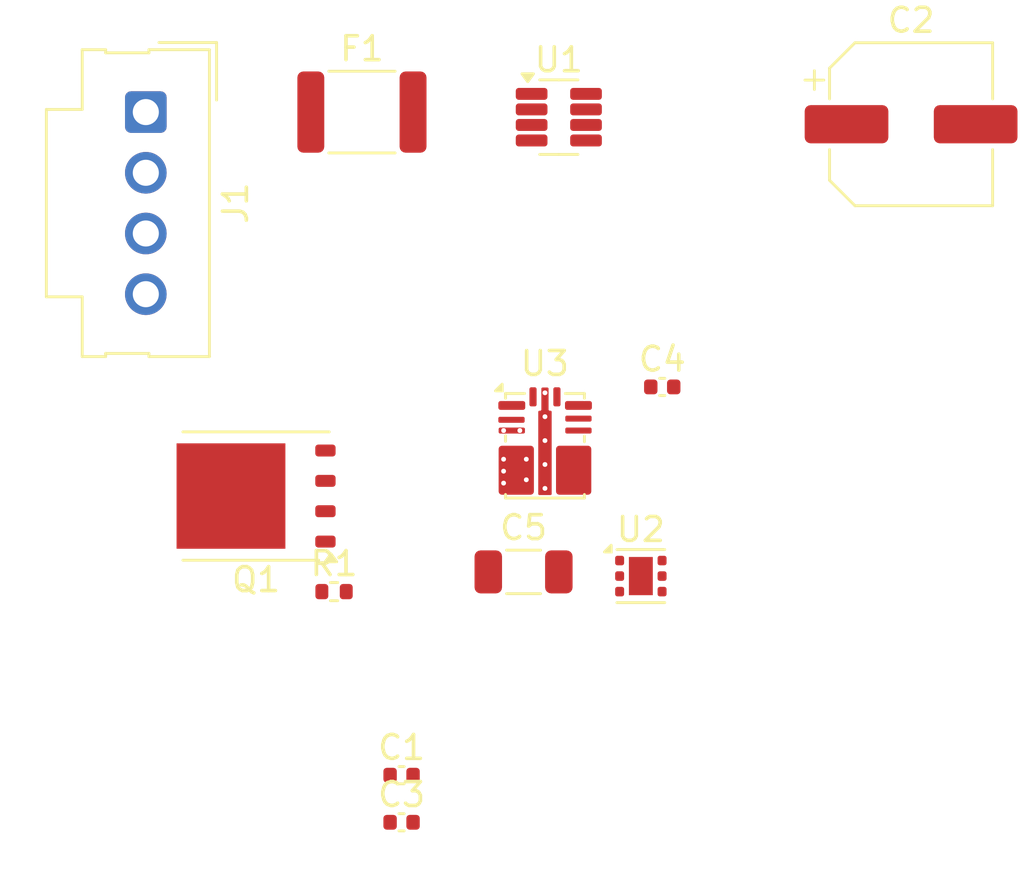
<source format=kicad_pcb>
(kicad_pcb (version 20241229) (generator "pcbnew") (generator_version "9.0")
  (layers (0 "F.Cu" signal) (2 "B.Cu" signal) (13 "F.Paste" user) (15 "B.Paste" user) (5 "F.SilkS" user "F.Silkscreen") (7 "B.SilkS" user "B.Silkscreen") (1 "F.Mask" user) (3 "B.Mask" user) (25 "Edge.Cuts" user))
  (net 0 "")
  (net 1 "+BATT")
  (net 2 "/SCS")
  (net 3 "/H Line")
  (net 4 "/K Line")
  (net 5 "+BATT_FUSED")
  (net 6 "Net-(Q1-G)")
  (net 7 "+12V")
  (net 9 "GND")
  (net 11 "Net-(U1-VCAP)")
  (net 13 "Net-(U1-GATE)")
  (net 14 "Net-(U3-VCC)")
  (net 18 "Net-(U3-FB)")
  (footprint "Capacitor_SMD:C_0402_1005Metric" (layer "F.Cu") (at 39.8855 27.757)
    (property "Reference" "C4" (at 0 -1.16 0) (layer "F.SilkS"))
    (property "Value" "1uF")
    (fp_line (start -0.107836 -0.36) (end 0.107836 -0.36) (stroke (width 0.12)) (layer "F.SilkS"))
    (fp_line (start -0.107836 0.36) (end 0.107836 0.36) (stroke (width 0.12)) (layer "F.SilkS"))
    (pad "1" smd roundrect (at -0.48 0) (size 0.56 0.62) (layers "F.Cu" "F.Mask" "F.Paste") (net 14 "Net-(U3-VCC)"))
    (pad "2" smd roundrect (at 0.48 0) (size 0.56 0.62) (layers "F.Cu" "F.Mask" "F.Paste") (net 9 "GND"))
  )
  (footprint "TIParts:Texas_QFN-FCMOD-11-N.MxOmm-P0.5mm_4EP" (layer "F.Cu") (at 34.9805 30.232)
    (property "Reference" "U3" (at -0.005 -3.455 0) (layer "F.SilkS"))
    (property "Value" "TPSM53602RDA")
    (fp_line (start -1.65 -2.2) (end -1.65 -2) (stroke (width 0.12)) (layer "F.SilkS"))
    (fp_line (start -1.65 -2.2) (end -0.85 -2.2) (stroke (width 0.12)) (layer "F.SilkS"))
    (fp_line (start -1.65 -0.2) (end -1.65 -0.435) (stroke (width 0.12)) (layer "F.SilkS"))
    (fp_line (start -1.65 2.175) (end -1.65 2.025) (stroke (width 0.12)) (layer "F.SilkS"))
    (fp_line (start 1.65 -2.2) (end 0.85 -2.2) (stroke (width 0.12)) (layer "F.SilkS"))
    (fp_line (start 1.65 -2.2) (end 1.65 -2) (stroke (width 0.12)) (layer "F.SilkS"))
    (fp_line (start 1.65 -0.1825) (end 1.65 -0.4175) (stroke (width 0.12)) (layer "F.SilkS"))
    (fp_line (start 1.65 2.175) (end -1.65 2.175) (stroke (width 0.12)) (layer "F.SilkS"))
    (fp_line (start 1.65 2.175) (end 1.65 2.025) (stroke (width 0.12)) (layer "F.SilkS"))
    (fp_poly (pts (xy -1.79 -2.31) (xy -2.07 -2.31) (xy -1.79 -2.59) (xy -1.79 -2.31)) (stroke (width 0.12)) (fill yes) (layer "F.SilkS"))
    (pad "" np_thru_hole circle (at -1.73 0.55) (size 0.25 0.25) (drill 0.2) (layers "F.Cu"))
    (pad "" np_thru_hole circle (at -1.73 1.05) (size 0.25 0.25) (drill 0.2) (layers "F.Cu"))
    (pad "" np_thru_hole circle (at -1.73 1.55) (size 0.25 0.25) (drill 0.2) (layers "F.Cu"))
    (pad "" np_thru_hole circle (at -1.729 -0.65) (size 0.25 0.25) (drill 0.2) (layers "F.Cu"))
    (pad "" np_thru_hole circle (at -1.05 -0.65) (size 0.25 0.25) (drill 0.2) (layers "F.Cu"))
    (pad "" np_thru_hole circle (at -0.78 0.55) (size 0.25 0.25) (drill 0.2) (layers "F.Cu"))
    (pad "" np_thru_hole circle (at -0.78 1.41) (size 0.25 0.25) (drill 0.2) (layers "F.Cu"))
    (pad "" np_thru_hole circle (at 0 -2.23) (size 0.25 0.25) (drill 0.2) (layers "F.Cu"))
    (pad "" np_thru_hole circle (at 0 -1.23) (size 0.25 0.25) (drill 0.2) (layers "F.Cu"))
    (pad "" np_thru_hole circle (at 0 -0.23) (size 0.25 0.25) (drill 0.2) (layers "F.Cu"))
    (pad "" np_thru_hole circle (at 0 0.77) (size 0.25 0.25) (drill 0.2) (layers "F.Cu"))
    (pad "" np_thru_hole circle (at 0 1.77) (size 0.25 0.25) (drill 0.2) (layers "F.Cu"))
    (pad "1" smd roundrect (at -1.3875 -1.7 180) (size 1.125 0.37) (property pad_prop_fiducial_loc) (layers "F.Cu" "F.Mask" "F.Paste"))
    (pad "2" smd roundrect (at -1.4 -1.1 180) (size 1.1 0.25) (property pad_prop_fiducial_loc) (layers "F.Cu" "F.Mask" "F.Paste"))
    (pad "3" smd roundrect (at -1.3875 -0.65 180) (size 1.1 0.25) (property pad_prop_fiducial_loc) (layers "F.Cu" "F.Mask" "F.Paste"))
    (pad "4" smd roundrect (at -1.2 1.01) (size 1.475 2.05) (property pad_prop_heatsink) (layers "F.Cu") (roundrect_rratio 0.09375) (net 18 "Net-(U3-FB)"))
    (pad "5" smd roundrect (at 1.2 1.01) (size 1.475 2.05) (property pad_prop_heatsink) (layers "F.Cu") (roundrect_rratio 0.09375))
    (pad "6" smd roundrect (at 1.4 -0.65 180) (size 1.1 0.25) (property pad_prop_fiducial_loc) (layers "F.Cu" "F.Mask" "F.Paste"))
    (pad "7" smd roundrect (at 1.4 -1.15) (size 1.1 0.25) (layers "F.Cu" "F.Mask" "F.Paste"))
    (pad "8" smd roundrect (at 1.4 -1.7 180) (size 1.125 0.37) (property pad_prop_fiducial_loc) (layers "F.Cu" "F.Mask" "F.Paste") (net 14 "Net-(U3-VCC)"))
    (pad "9" smd roundrect (at 0.5 -2.06 90) (size 0.8 0.3) (property pad_prop_fiducial_loc) (layers "F.Cu" "F.Mask" "F.Paste") (net 18 "Net-(U3-FB)"))
    (pad "10" smd custom (at 0 -0.85 90) (size 0.3 0.3) (property pad_prop_heatsink) (layers "F.Cu" "F.Mask" "F.Paste") (net 9 "GND") (options (clearance outline) (anchor rect)) (primitives (gr_poly (pts (arc (start 1.6 -0.1) (mid 1.585355 -0.135355) (end 1.55 -0.15)) (arc (start 0.68 -0.15) (mid 0.644645 -0.164645) (end 0.63 -0.2)) (arc (start 0.63 -0.23) (mid 0.615355 -0.265355) (end 0.58 -0.28)) (xy -2.849999 -0.28) (xy -2.869929 -0.278116) (xy -2.884023 -0.264022) (xy -2.898115 -0.24993) (xy -2.899999 -0.23) (arc (start -2.9 0.23) (mid -2.885355 0.265355) (end -2.85 0.28)) (arc (start 0.58 0.28) (mid 0.615355 0.265355) (end 0.63 0.23)) (arc (start 0.63 0.2) (mid 0.644645 0.164645) (end 0.68 0.15)) (arc (start 1.55 0.15) (mid 1.585355 0.135355) (end 1.6 0.1))) (width 0.001) (fill yes))))
    (pad "11" smd roundrect (at -0.5 -2.06 90) (size 0.8 0.3) (property pad_prop_fiducial_loc) (layers "F.Cu" "F.Mask" "F.Paste"))
  )
  (footprint "Fuse:Fuse_1812_4532Metric" (layer "F.Cu") (at 27.3265 16.256)
    (property "Reference" "F1" (at 0 -2.65 0) (layer "F.SilkS"))
    (property "Value" "1A")
    (fp_line (start -1.386252 -1.71) (end 1.386252 -1.71) (stroke (width 0.12)) (layer "F.SilkS"))
    (fp_line (start -1.386252 1.71) (end 1.386252 1.71) (stroke (width 0.12)) (layer "F.SilkS"))
    (pad "1" smd roundrect (at -2.1375 0) (size 1.125 3.4) (layers "F.Cu" "F.Mask" "F.Paste") (roundrect_rratio 0.222222) (net 1 "+BATT"))
    (pad "2" smd roundrect (at 2.1375 0) (size 1.125 3.4) (layers "F.Cu" "F.Mask" "F.Paste") (roundrect_rratio 0.222222) (net 5 "+BATT_FUSED"))
  )
  (footprint "Capacitor_SMD:CP_Elec_6.3x5.8" (layer "F.Cu") (at 50.292 16.764)
    (property "Reference" "C2" (at 0 -4.35 0) (layer "F.SilkS"))
    (property "Value" "47uF")
    (fp_line (start -4.4375 -1.8475) (end -3.65 -1.8475) (stroke (width 0.12)) (layer "F.SilkS"))
    (fp_line (start -4.04375 -2.24125) (end -4.04375 -1.45375) (stroke (width 0.12)) (layer "F.SilkS"))
    (fp_line (start -3.41 -2.345563) (end -3.41 -1.06) (stroke (width 0.12)) (layer "F.SilkS"))
    (fp_line (start -3.41 -2.345563) (end -2.345563 -3.41) (stroke (width 0.12)) (layer "F.SilkS"))
    (fp_line (start -3.41 2.345563) (end -3.41 1.06) (stroke (width 0.12)) (layer "F.SilkS"))
    (fp_line (start -3.41 2.345563) (end -2.345563 3.41) (stroke (width 0.12)) (layer "F.SilkS"))
    (fp_line (start -2.345563 -3.41) (end 3.41 -3.41) (stroke (width 0.12)) (layer "F.SilkS"))
    (fp_line (start -2.345563 3.41) (end 3.41 3.41) (stroke (width 0.12)) (layer "F.SilkS"))
    (fp_line (start 3.41 -3.41) (end 3.41 -1.06) (stroke (width 0.12)) (layer "F.SilkS"))
    (fp_line (start 3.41 3.41) (end 3.41 1.06) (stroke (width 0.12)) (layer "F.SilkS"))
    (pad "1" smd roundrect (at -2.7 0) (size 3.5 1.6) (layers "F.Cu" "F.Mask" "F.Paste") (roundrect_rratio 0.15625) (net 7 "+12V"))
    (pad "2" smd roundrect (at 2.7 0) (size 3.5 1.6) (layers "F.Cu" "F.Mask" "F.Paste") (roundrect_rratio 0.15625) (net 9 "GND"))
  )
  (footprint "Resistor_SMD:R_0402_1005Metric" (layer "F.Cu") (at 26.16 36.322)
    (property "Reference" "R1" (at 0 -1.17 0) (layer "F.SilkS"))
    (property "Value" "22r")
    (fp_line (start -0.153641 -0.38) (end 0.153641 -0.38) (stroke (width 0.12)) (layer "F.SilkS"))
    (fp_line (start -0.153641 0.38) (end 0.153641 0.38) (stroke (width 0.12)) (layer "F.SilkS"))
    (pad "1" smd roundrect (at -0.51 0) (size 0.54 0.64) (layers "F.Cu" "F.Mask" "F.Paste") (net 6 "Net-(Q1-G)"))
    (pad "2" smd roundrect (at 0.51 0) (size 0.54 0.64) (layers "F.Cu" "F.Mask" "F.Paste") (net 13 "Net-(U1-GATE)"))
  )
  (footprint "Package_TO_SOT_SMD:TDSON-8-1" (layer "F.Cu") (at 22.8995 32.323 180)
    (property "Reference" "Q1" (at 0 -3.5 0) (layer "F.SilkS"))
    (property "Value" "CSD18540Q5B")
    (fp_line (start 3.06 2.685) (end -3.06 2.685) (stroke (width 0.12)) (layer "F.SilkS"))
    (fp_line (start 3.06 -2.685) (end -2.62 -2.685) (stroke (width 0.12)) (layer "F.SilkS"))
    (fp_poly (pts (xy -3.131622 -2.42027) (xy -3.371622 -2.75027) (xy -2.891622 -2.75027) (xy -3.131622 -2.42027)) (stroke (width 0.12)) (fill yes) (layer "F.SilkS"))
    (pad "1" smd roundrect (at -2.9 -1.905 180) (size 0.85 0.5) (layers "F.Cu" "F.Mask" "F.Paste") (net 5 "+BATT_FUSED"))
    (pad "2" smd roundrect (at -2.9 -0.635 180) (size 0.85 0.5) (layers "F.Cu" "F.Mask" "F.Paste") (net 5 "+BATT_FUSED"))
    (pad "3" smd roundrect (at -2.9 0.635 180) (size 0.85 0.5) (layers "F.Cu" "F.Mask" "F.Paste") (net 5 "+BATT_FUSED"))
    (pad "4" smd roundrect (at -2.9 1.905 180) (size 0.85 0.5) (layers "F.Cu" "F.Mask" "F.Paste") (net 6 "Net-(Q1-G)"))
    (pad "5" smd rect (at 1.05 0 180) (size 4.55 4.41) (layers "F.Cu") (net 7 "+12V"))
  )
  (footprint "Capacitor_SMD:C_1206_3216Metric" (layer "F.Cu") (at 34.0855 35.497)
    (property "Reference" "C5" (at 0 -1.85 0) (layer "F.SilkS"))
    (property "Value" "220uF")
    (fp_line (start -0.711252 -0.91) (end 0.711252 -0.91) (stroke (width 0.12)) (layer "F.SilkS"))
    (fp_line (start -0.711252 0.91) (end 0.711252 0.91) (stroke (width 0.12)) (layer "F.SilkS"))
    (pad "1" smd roundrect (at -1.475 0) (size 1.15 1.8) (layers "F.Cu" "F.Mask" "F.Paste") (roundrect_rratio 0.217391))
    (pad "2" smd roundrect (at 1.475 0) (size 1.15 1.8) (layers "F.Cu" "F.Mask" "F.Paste") (roundrect_rratio 0.217391))
  )
  (footprint "Capacitor_SMD:C_0402_1005Metric" (layer "F.Cu") (at 28.984 45.974)
    (property "Reference" "C3" (at 0 -1.16 0) (layer "F.SilkS"))
    (property "Value" "0.22uf")
    (fp_line (start -0.107836 -0.36) (end 0.107836 -0.36) (stroke (width 0.12)) (layer "F.SilkS"))
    (fp_line (start -0.107836 0.36) (end 0.107836 0.36) (stroke (width 0.12)) (layer "F.SilkS"))
    (pad "1" smd roundrect (at -0.48 0) (size 0.56 0.62) (layers "F.Cu" "F.Mask" "F.Paste") (net 5 "+BATT_FUSED"))
    (pad "2" smd roundrect (at 0.48 0) (size 0.56 0.62) (layers "F.Cu" "F.Mask" "F.Paste") (net 11 "Net-(U1-VCAP)"))
  )
  (footprint "Package_TO_SOT_SMD:SOT-23-8" (layer "F.Cu") (at 35.56 16.469)
    (property "Reference" "U1" (at 0 -2.4 0) (layer "F.SilkS"))
    (property "Value" "LM74500-Q1" (hide yes))
    (fp_line (start 0 -1.56) (end -0.8 -1.56) (stroke (width 0.12)) (layer "F.SilkS"))
    (fp_line (start 0 -1.56) (end 0.8 -1.56) (stroke (width 0.12)) (layer "F.SilkS"))
    (fp_line (start 0 1.56) (end -0.8 1.56) (stroke (width 0.12)) (layer "F.SilkS"))
    (fp_line (start 0 1.56) (end 0.8 1.56) (stroke (width 0.12)) (layer "F.SilkS"))
    (fp_poly (pts (xy -1.3 -1.485) (xy -1.54 -1.815) (xy -1.06 -1.815) (xy -1.3 -1.485)) (stroke (width 0.12)) (fill yes) (layer "F.SilkS"))
    (pad "1" smd roundrect (at -1.1375 -0.975) (size 1.325 0.5) (layers "F.Cu" "F.Mask" "F.Paste") (net 5 "+BATT_FUSED"))
    (pad "2" smd roundrect (at -1.1375 -0.325) (size 1.325 0.5) (layers "F.Cu" "F.Mask" "F.Paste") (net 9 "GND"))
    (pad "3" smd roundrect (at -1.1375 0.325) (size 1.325 0.5) (layers "F.Cu" "F.Mask" "F.Paste"))
    (pad "4" smd roundrect (at -1.1375 0.975) (size 1.325 0.5) (layers "F.Cu" "F.Mask" "F.Paste") (net 11 "Net-(U1-VCAP)"))
    (pad "5" smd roundrect (at 1.1375 0.975) (size 1.325 0.5) (layers "F.Cu" "F.Mask" "F.Paste") (net 5 "+BATT_FUSED"))
    (pad "6" smd roundrect (at 1.1375 0.325) (size 1.325 0.5) (layers "F.Cu" "F.Mask" "F.Paste") (net 13 "Net-(U1-GATE)"))
    (pad "7" smd roundrect (at 1.1375 -0.325) (size 1.325 0.5) (layers "F.Cu" "F.Mask" "F.Paste"))
    (pad "8" smd roundrect (at 1.1375 -0.975) (size 1.325 0.5) (layers "F.Cu" "F.Mask" "F.Paste"))
  )
  (footprint "Capacitor_SMD:C_0402_1005Metric" (layer "F.Cu") (at 28.984 44.004)
    (property "Reference" "C1" (at 0 -1.16 0) (layer "F.SilkS"))
    (property "Value" "0.1uF")
    (fp_line (start -0.107836 -0.36) (end 0.107836 -0.36) (stroke (width 0.12)) (layer "F.SilkS"))
    (fp_line (start -0.107836 0.36) (end 0.107836 0.36) (stroke (width 0.12)) (layer "F.SilkS"))
    (pad "1" smd roundrect (at -0.48 0) (size 0.56 0.62) (layers "F.Cu" "F.Mask" "F.Paste") (net 5 "+BATT_FUSED"))
    (pad "2" smd roundrect (at 0.48 0) (size 0.56 0.62) (layers "F.Cu" "F.Mask" "F.Paste") (net 9 "GND"))
  )
  (footprint "Connector_Molex:Molex_SL_171971-0004_1x04_P2.54mm_Vertical" (layer "F.Cu") (at 18.288 16.256 -90)
    (property "Reference" "J1" (at 3.81 -3.75 90) (layer "F.SilkS"))
    (property "Value" "OBD2")
    (fp_line (start -0.11 4.16) (end 7.73 4.16) (stroke (width 0.12)) (layer "F.SilkS"))
    (fp_line (start 7.73 4.16) (end 7.73 2.66) (stroke (width 0.12)) (layer "F.SilkS"))
    (fp_line (start -2.61 2.66) (end -0.11 2.66) (stroke (width 0.12)) (layer "F.SilkS"))
    (fp_line (start -0.11 2.66) (end -0.11 4.16) (stroke (width 0.12)) (layer "F.SilkS"))
    (fp_line (start 7.73 2.66) (end 10.23 2.66) (stroke (width 0.12)) (layer "F.SilkS"))
    (fp_line (start 10.23 2.66) (end 10.23 1.68) (stroke (width 0.12)) (layer "F.SilkS"))
    (fp_line (start -2.61 1.68) (end -2.61 2.66) (stroke (width 0.12)) (layer "F.SilkS"))
    (fp_line (start -2.48 1.68) (end -2.61 1.68) (stroke (width 0.12)) (layer "F.SilkS"))
    (fp_line (start 10.1 1.68) (end 10.1 -0.13) (stroke (width 0.12)) (layer "F.SilkS"))
    (fp_line (start 10.23 1.68) (end 10.1 1.68) (stroke (width 0.12)) (layer "F.SilkS"))
    (fp_line (start -2.61 -0.13) (end -2.48 -0.13) (stroke (width 0.12)) (layer "F.SilkS"))
    (fp_line (start -2.48 -0.13) (end -2.48 1.68) (stroke (width 0.12)) (layer "F.SilkS"))
    (fp_line (start 10.1 -0.13) (end 10.23 -0.13) (stroke (width 0.12)) (layer "F.SilkS"))
    (fp_line (start 10.23 -0.13) (end 10.23 -2.66) (stroke (width 0.12)) (layer "F.SilkS"))
    (fp_line (start -2.91 -0.55) (end -2.91 -2.96) (stroke (width 0.12)) (layer "F.SilkS"))
    (fp_line (start -2.61 -2.66) (end -2.61 -0.13) (stroke (width 0.12)) (layer "F.SilkS"))
    (fp_line (start 10.23 -2.66) (end -2.61 -2.66) (stroke (width 0.12)) (layer "F.SilkS"))
    (fp_line (start -2.91 -2.96) (end -0.5 -2.96) (stroke (width 0.12)) (layer "F.SilkS"))
    (pad "1" thru_hole roundrect (at 0 0 270) (size 1.74 1.74) (drill 1.09) (layers "*.Cu" "*.Mask") (roundrect_rratio 0.143678) (net 1 "+BATT"))
    (pad "2" thru_hole circle (at 2.54 0 270) (size 1.74 1.74) (drill 1.09) (layers "*.Cu" "*.Mask") (net 4 "/K Line"))
    (pad "3" thru_hole circle (at 5.08 0 270) (size 1.74 1.74) (drill 1.09) (layers "*.Cu" "*.Mask") (net 3 "/H Line"))
    (pad "4" thru_hole circle (at 7.62 0 270) (size 1.74 1.74) (drill 1.09) (layers "*.Cu" "*.Mask") (net 2 "/SCS"))
  )
  (footprint "Package_SON:WSON-6-1EP_2x2mm_P0.65mm_EP1x1.6mm" (layer "F.Cu") (at 38.9905 35.672)
    (property "Reference" "U2" (at 0 -1.95 0) (layer "F.SilkS"))
    (property "Value" "TVS2700DRV")
    (fp_line (start -1 -1.11) (end 1 -1.11) (stroke (width 0.12)) (layer "F.SilkS"))
    (fp_line (start -1 1.11) (end 1 1.11) (stroke (width 0.12)) (layer "F.SilkS"))
    (fp_poly (pts (xy -1.24 -1.01) (xy -1.52 -1.01) (xy -1.24 -1.29) (xy -1.24 -1.01)) (stroke (width 0.12)) (fill yes) (layer "F.SilkS"))
    (pad "1" smd roundrect (at -0.8875 -0.65) (size 0.375 0.4) (layers "F.Cu" "F.Mask" "F.Paste") (net 9 "GND"))
    (pad "2" smd roundrect (at -0.8875 0) (size 0.375 0.4) (layers "F.Cu" "F.Mask" "F.Paste") (net 9 "GND"))
    (pad "3" smd roundrect (at -0.8875 0.65) (size 0.375 0.4) (layers "F.Cu" "F.Mask" "F.Paste") (net 9 "GND"))
    (pad "4" smd roundrect (at 0.8875 0.65) (size 0.375 0.4) (layers "F.Cu" "F.Mask" "F.Paste") (net 5 "+BATT_FUSED"))
    (pad "5" smd roundrect (at 0.8875 0) (size 0.375 0.4) (layers "F.Cu" "F.Mask" "F.Paste") (net 5 "+BATT_FUSED"))
    (pad "6" smd roundrect (at 0.8875 -0.65) (size 0.375 0.4) (layers "F.Cu" "F.Mask" "F.Paste") (net 5 "+BATT_FUSED"))
    (pad "7" smd rect (at 0 0) (size 1 1.6) (property pad_prop_heatsink) (layers "F.Cu" "F.Mask") (net 9 "GND"))
  )
)
</source>
